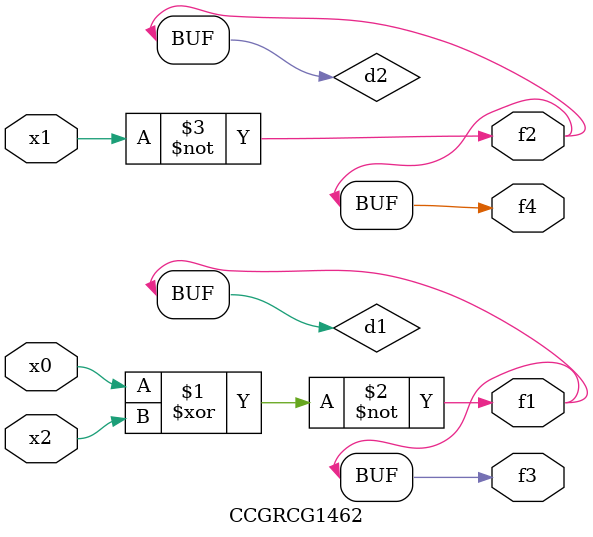
<source format=v>
module CCGRCG1462(
	input x0, x1, x2,
	output f1, f2, f3, f4
);

	wire d1, d2, d3;

	xnor (d1, x0, x2);
	nand (d2, x1);
	nor (d3, x1, x2);
	assign f1 = d1;
	assign f2 = d2;
	assign f3 = d1;
	assign f4 = d2;
endmodule

</source>
